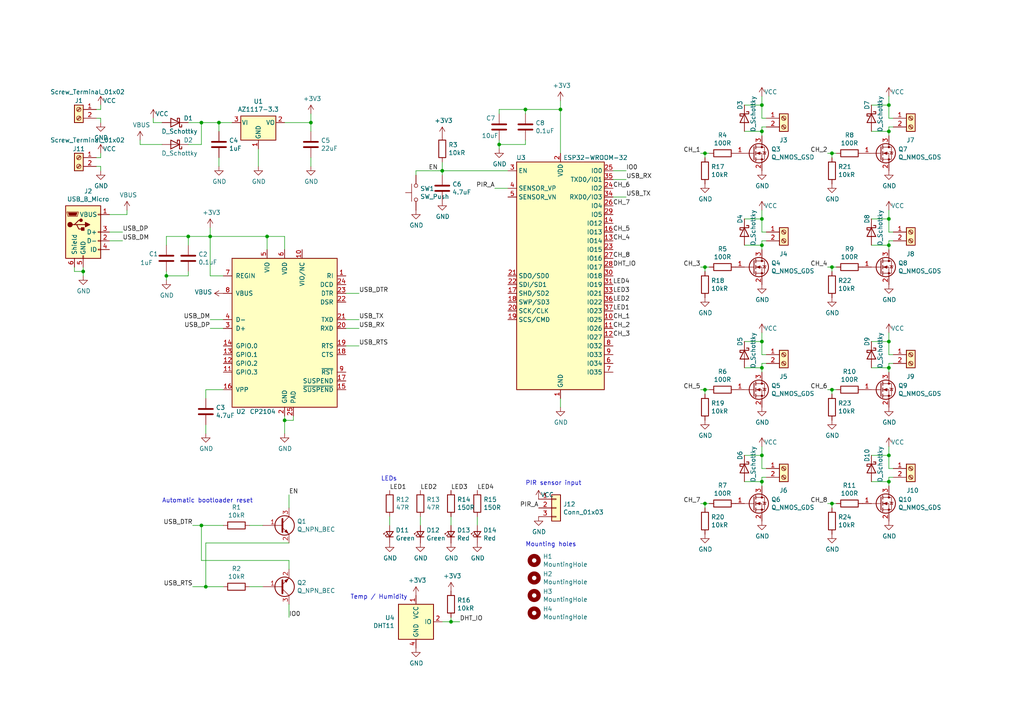
<source format=kicad_sch>
(kicad_sch (version 20250114) (generator "eeschema") (generator_version "9.0")
  (paper "A4")
  (text "PIR sensor input" (at 152.4 140.97 0) (effects (font (size 1.27 1.27)) (justify left bottom)))
  (text "Automatic bootloader reset" (at 46.99 146.05 0) (effects (font (size 1.27 1.27)) (justify left bottom)))
  (text "Mounting holes" (at 152.4 158.75 0) (effects (font (size 1.27 1.27)) (justify left bottom)))
  (text "Temp / Humidity" (at 101.6 173.99 0) (effects (font (size 1.27 1.27)) (justify left bottom)))
  (text "LEDs" (at 110.49 139.7 0) (effects (font (size 1.27 1.27)) (justify left bottom)))
  (junction (at 241.3 113.03))
  (junction (at 63.5 35.56))
  (junction (at 54.61 68.58))
  (junction (at 204.47 146.05))
  (junction (at 220.98 38.1))
  (junction (at 220.98 63.5))
  (junction (at 144.78 41.91))
  (junction (at 162.56 31.75))
  (junction (at 128.27 49.53))
  (junction (at 257.81 38.1))
  (junction (at 257.81 139.7))
  (junction (at 48.26 80.01))
  (junction (at 77.47 68.58))
  (junction (at 90.17 35.56))
  (junction (at 58.42 35.56))
  (junction (at 82.55 121.92))
  (junction (at 130.81 180.34))
  (junction (at 204.47 44.45))
  (junction (at 24.13 78.74))
  (junction (at 257.81 30.48))
  (junction (at 220.98 139.7))
  (junction (at 152.4 31.75))
  (junction (at 241.3 44.45))
  (junction (at 257.81 71.12))
  (junction (at 59.69 170.18))
  (junction (at 257.81 132.08))
  (junction (at 220.98 132.08))
  (junction (at 257.81 106.68))
  (junction (at 204.47 77.47))
  (junction (at 220.98 30.48))
  (junction (at 241.3 146.05))
  (junction (at 58.42 152.4))
  (junction (at 220.98 71.12))
  (junction (at 60.96 68.58))
  (junction (at 257.81 99.06))
  (junction (at 204.47 113.03))
  (junction (at 220.98 99.06))
  (junction (at 220.98 106.68))
  (junction (at 241.3 77.47))
  (junction (at 257.81 63.5))
  (wire (pts (xy 181.61 57.15) (xy 177.8 57.15)))
  (wire (pts (xy 220.98 106.68) (xy 220.98 107.95)))
  (wire (pts (xy 72.39 170.18) (xy 76.2 170.18)))
  (wire (pts (xy 257.81 132.08) (xy 257.81 135.89)))
  (wire (pts (xy 24.13 77.47) (xy 24.13 78.74)))
  (wire (pts (xy 215.9 30.48) (xy 220.98 30.48)))
  (wire (pts (xy 128.27 46.99) (xy 128.27 49.53)))
  (wire (pts (xy 48.26 68.58) (xy 54.61 68.58)))
  (wire (pts (xy 257.81 67.31) (xy 259.08 67.31)))
  (wire (pts (xy 138.43 149.86) (xy 138.43 152.4)))
  (wire (pts (xy 259.08 69.85) (xy 257.81 69.85)))
  (wire (pts (xy 241.3 77.47) (xy 242.57 77.47)))
  (wire (pts (xy 257.81 102.87) (xy 259.08 102.87)))
  (wire (pts (xy 44.45 35.56) (xy 46.99 35.56)))
  (wire (pts (xy 83.82 179.07) (xy 83.82 175.26)))
  (wire (pts (xy 128.27 50.8) (xy 128.27 49.53)))
  (wire (pts (xy 215.9 106.68) (xy 220.98 106.68)))
  (wire (pts (xy 24.13 78.74) (xy 21.59 78.74)))
  (wire (pts (xy 241.3 113.03) (xy 242.57 113.03)))
  (wire (pts (xy 48.26 71.12) (xy 48.26 68.58)))
  (wire (pts (xy 220.98 63.5) (xy 220.98 60.96)))
  (wire (pts (xy 59.69 115.57) (xy 59.69 113.03)))
  (wire (pts (xy 252.73 71.12) (xy 257.81 71.12)))
  (wire (pts (xy 133.35 180.34) (xy 130.81 180.34)))
  (wire (pts (xy 77.47 68.58) (xy 77.47 72.39)))
  (wire (pts (xy 72.39 152.4) (xy 76.2 152.4)))
  (wire (pts (xy 220.98 102.87) (xy 222.25 102.87)))
  (wire (pts (xy 128.27 49.53) (xy 147.32 49.53)))
  (wire (pts (xy 257.81 63.5) (xy 257.81 60.96)))
  (wire (pts (xy 60.96 92.71) (xy 64.77 92.71)))
  (wire (pts (xy 203.2 146.05) (xy 204.47 146.05)))
  (wire (pts (xy 215.9 139.7) (xy 220.98 139.7)))
  (wire (pts (xy 220.98 30.48) (xy 220.98 34.29)))
  (wire (pts (xy 29.21 45.72) (xy 29.21 44.45)))
  (wire (pts (xy 82.55 121.92) (xy 85.09 121.92)))
  (wire (pts (xy 203.2 44.45) (xy 204.47 44.45)))
  (wire (pts (xy 181.61 49.53) (xy 177.8 49.53)))
  (wire (pts (xy 77.47 68.58) (xy 82.55 68.58)))
  (wire (pts (xy 204.47 77.47) (xy 205.74 77.47)))
  (wire (pts (xy 203.2 77.47) (xy 204.47 77.47)))
  (wire (pts (xy 252.73 132.08) (xy 257.81 132.08)))
  (wire (pts (xy 83.82 143.51) (xy 83.82 147.32)))
  (wire (pts (xy 220.98 36.83) (xy 220.98 38.1)))
  (wire (pts (xy 220.98 99.06) (xy 220.98 102.87)))
  (wire (pts (xy 220.98 105.41) (xy 220.98 106.68)))
  (wire (pts (xy 59.69 113.03) (xy 64.77 113.03)))
  (wire (pts (xy 60.96 80.01) (xy 60.96 68.58)))
  (wire (pts (xy 220.98 139.7) (xy 220.98 140.97)))
  (wire (pts (xy 54.61 68.58) (xy 60.96 68.58)))
  (wire (pts (xy 130.81 149.86) (xy 130.81 152.4)))
  (wire (pts (xy 257.81 99.06) (xy 257.81 102.87)))
  (wire (pts (xy 83.82 157.48) (xy 59.69 157.48)))
  (wire (pts (xy 29.21 31.75) (xy 27.94 31.75)))
  (wire (pts (xy 35.56 69.85) (xy 31.75 69.85)))
  (wire (pts (xy 241.3 77.47) (xy 241.3 78.74)))
  (wire (pts (xy 74.93 48.26) (xy 74.93 43.18)))
  (wire (pts (xy 257.81 69.85) (xy 257.81 71.12)))
  (wire (pts (xy 257.81 135.89) (xy 259.08 135.89)))
  (wire (pts (xy 48.26 80.01) (xy 54.61 80.01)))
  (wire (pts (xy 257.81 34.29) (xy 259.08 34.29)))
  (wire (pts (xy 63.5 48.26) (xy 63.5 45.72)))
  (wire (pts (xy 257.81 38.1) (xy 257.81 39.37)))
  (wire (pts (xy 252.73 38.1) (xy 257.81 38.1)))
  (wire (pts (xy 257.81 30.48) (xy 257.81 27.94)))
  (wire (pts (xy 90.17 35.56) (xy 82.55 35.56)))
  (wire (pts (xy 240.03 44.45) (xy 241.3 44.45)))
  (wire (pts (xy 220.98 132.08) (xy 220.98 129.54)))
  (wire (pts (xy 220.98 63.5) (xy 220.98 67.31)))
  (wire (pts (xy 58.42 152.4) (xy 64.77 152.4)))
  (wire (pts (xy 144.78 43.18) (xy 144.78 41.91)))
  (wire (pts (xy 82.55 125.73) (xy 82.55 121.92)))
  (wire (pts (xy 55.88 170.18) (xy 59.69 170.18)))
  (wire (pts (xy 31.75 62.23) (xy 36.83 62.23)))
  (wire (pts (xy 222.25 69.85) (xy 220.98 69.85)))
  (wire (pts (xy 204.47 44.45) (xy 205.74 44.45)))
  (wire (pts (xy 220.98 69.85) (xy 220.98 71.12)))
  (wire (pts (xy 60.96 95.25) (xy 64.77 95.25)))
  (wire (pts (xy 222.25 105.41) (xy 220.98 105.41)))
  (wire (pts (xy 259.08 36.83) (xy 257.81 36.83)))
  (wire (pts (xy 215.9 99.06) (xy 220.98 99.06)))
  (wire (pts (xy 54.61 35.56) (xy 58.42 35.56)))
  (wire (pts (xy 252.73 139.7) (xy 257.81 139.7)))
  (wire (pts (xy 240.03 113.03) (xy 241.3 113.03)))
  (wire (pts (xy 252.73 63.5) (xy 257.81 63.5)))
  (wire (pts (xy 152.4 41.91) (xy 152.4 40.64)))
  (wire (pts (xy 90.17 48.26) (xy 90.17 45.72)))
  (wire (pts (xy 144.78 31.75) (xy 152.4 31.75)))
  (wire (pts (xy 85.09 121.92) (xy 85.09 120.65)))
  (wire (pts (xy 220.98 34.29) (xy 222.25 34.29)))
  (wire (pts (xy 82.55 121.92) (xy 82.55 120.65)))
  (wire (pts (xy 241.3 44.45) (xy 242.57 44.45)))
  (wire (pts (xy 162.56 118.11) (xy 162.56 115.57)))
  (wire (pts (xy 24.13 80.01) (xy 24.13 78.74)))
  (wire (pts (xy 204.47 146.05) (xy 204.47 147.32)))
  (wire (pts (xy 55.88 152.4) (xy 58.42 152.4)))
  (wire (pts (xy 58.42 35.56) (xy 63.5 35.56)))
  (wire (pts (xy 82.55 68.58) (xy 82.55 72.39)))
  (wire (pts (xy 220.98 138.43) (xy 220.98 139.7)))
  (wire (pts (xy 130.81 180.34) (xy 130.81 179.07)))
  (wire (pts (xy 59.69 170.18) (xy 64.77 170.18)))
  (wire (pts (xy 257.81 99.06) (xy 257.81 96.52)))
  (wire (pts (xy 259.08 105.41) (xy 257.81 105.41)))
  (wire (pts (xy 220.98 67.31) (xy 222.25 67.31)))
  (wire (pts (xy 204.47 113.03) (xy 205.74 113.03)))
  (wire (pts (xy 257.81 106.68) (xy 257.81 107.95)))
  (wire (pts (xy 58.42 41.91) (xy 54.61 41.91)))
  (wire (pts (xy 222.25 138.43) (xy 220.98 138.43)))
  (wire (pts (xy 252.73 106.68) (xy 257.81 106.68)))
  (wire (pts (xy 241.3 146.05) (xy 242.57 146.05)))
  (wire (pts (xy 181.61 52.07) (xy 177.8 52.07)))
  (wire (pts (xy 48.26 78.74) (xy 48.26 80.01)))
  (wire (pts (xy 31.75 67.31) (xy 35.56 67.31)))
  (wire (pts (xy 29.21 30.48) (xy 29.21 31.75)))
  (wire (pts (xy 215.9 132.08) (xy 220.98 132.08)))
  (wire (pts (xy 104.14 100.33) (xy 100.33 100.33)))
  (wire (pts (xy 143.51 54.61) (xy 147.32 54.61)))
  (wire (pts (xy 257.81 63.5) (xy 257.81 67.31)))
  (wire (pts (xy 63.5 35.56) (xy 67.31 35.56)))
  (wire (pts (xy 83.82 162.56) (xy 58.42 162.56)))
  (wire (pts (xy 252.73 99.06) (xy 257.81 99.06)))
  (wire (pts (xy 252.73 30.48) (xy 257.81 30.48)))
  (wire (pts (xy 215.9 63.5) (xy 220.98 63.5)))
  (wire (pts (xy 128.27 180.34) (xy 130.81 180.34)))
  (wire (pts (xy 204.47 44.45) (xy 204.47 45.72)))
  (wire (pts (xy 203.2 113.03) (xy 204.47 113.03)))
  (wire (pts (xy 36.83 60.96) (xy 36.83 62.23)))
  (wire (pts (xy 54.61 80.01) (xy 54.61 78.74)))
  (wire (pts (xy 204.47 113.03) (xy 204.47 114.3)))
  (wire (pts (xy 90.17 33.02) (xy 90.17 35.56)))
  (wire (pts (xy 257.81 105.41) (xy 257.81 106.68)))
  (wire (pts (xy 220.98 38.1) (xy 220.98 39.37)))
  (wire (pts (xy 240.03 146.05) (xy 241.3 146.05)))
  (wire (pts (xy 58.42 35.56) (xy 58.42 41.91)))
  (wire (pts (xy 215.9 71.12) (xy 220.98 71.12)))
  (wire (pts (xy 44.45 34.29) (xy 44.45 35.56)))
  (wire (pts (xy 144.78 41.91) (xy 152.4 41.91)))
  (wire (pts (xy 241.3 146.05) (xy 241.3 147.32)))
  (wire (pts (xy 104.14 85.09) (xy 100.33 85.09)))
  (wire (pts (xy 121.92 149.86) (xy 121.92 152.4)))
  (wire (pts (xy 220.98 99.06) (xy 220.98 96.52)))
  (wire (pts (xy 60.96 66.04) (xy 60.96 68.58)))
  (wire (pts (xy 27.94 45.72) (xy 29.21 45.72)))
  (wire (pts (xy 241.3 44.45) (xy 241.3 45.72)))
  (wire (pts (xy 83.82 165.1) (xy 83.82 162.56)))
  (wire (pts (xy 257.81 132.08) (xy 257.81 129.54)))
  (wire (pts (xy 204.47 146.05) (xy 205.74 146.05)))
  (wire (pts (xy 257.81 71.12) (xy 257.81 72.39)))
  (wire (pts (xy 257.81 139.7) (xy 257.81 140.97)))
  (wire (pts (xy 257.81 36.83) (xy 257.81 38.1)))
  (wire (pts (xy 104.14 95.25) (xy 100.33 95.25)))
  (wire (pts (xy 60.96 68.58) (xy 77.47 68.58)))
  (wire (pts (xy 162.56 31.75) (xy 152.4 31.75)))
  (wire (pts (xy 40.64 41.91) (xy 46.99 41.91)))
  (wire (pts (xy 120.65 49.53) (xy 120.65 50.8)))
  (wire (pts (xy 220.98 30.48) (xy 220.98 27.94)))
  (wire (pts (xy 58.42 162.56) (xy 58.42 152.4)))
  (wire (pts (xy 59.69 125.73) (xy 59.69 123.19)))
  (wire (pts (xy 60.96 80.01) (xy 64.77 80.01)))
  (wire (pts (xy 29.21 48.26) (xy 29.21 49.53)))
  (wire (pts (xy 27.94 34.29) (xy 29.21 34.29)))
  (wire (pts (xy 220.98 132.08) (xy 220.98 135.89)))
  (wire (pts (xy 144.78 41.91) (xy 144.78 40.64)))
  (wire (pts (xy 21.59 78.74) (xy 21.59 77.47)))
  (wire (pts (xy 241.3 113.03) (xy 241.3 114.3)))
  (wire (pts (xy 240.03 77.47) (xy 241.3 77.47)))
  (wire (pts (xy 29.21 34.29) (xy 29.21 35.56)))
  (wire (pts (xy 222.25 36.83) (xy 220.98 36.83)))
  (wire (pts (xy 59.69 157.48) (xy 59.69 170.18)))
  (wire (pts (xy 257.81 30.48) (xy 257.81 34.29)))
  (wire (pts (xy 144.78 33.02) (xy 144.78 31.75)))
  (wire (pts (xy 259.08 138.43) (xy 257.81 138.43)))
  (wire (pts (xy 90.17 38.1) (xy 90.17 35.56)))
  (wire (pts (xy 152.4 31.75) (xy 152.4 33.02)))
  (wire (pts (xy 48.26 80.01) (xy 48.26 81.28)))
  (wire (pts (xy 40.64 40.64) (xy 40.64 41.91)))
  (wire (pts (xy 257.81 138.43) (xy 257.81 139.7)))
  (wire (pts (xy 63.5 35.56) (xy 63.5 38.1)))
  (wire (pts (xy 120.65 49.53) (xy 128.27 49.53)))
  (wire (pts (xy 27.94 48.26) (xy 29.21 48.26)))
  (wire (pts (xy 162.56 29.21) (xy 162.56 31.75)))
  (wire (pts (xy 100.33 92.71) (xy 104.14 92.71)))
  (wire (pts (xy 162.56 31.75) (xy 162.56 44.45)))
  (wire (pts (xy 204.47 77.47) (xy 204.47 78.74)))
  (wire (pts (xy 113.03 149.86) (xy 113.03 152.4)))
  (wire (pts (xy 220.98 135.89) (xy 222.25 135.89)))
  (wire (pts (xy 220.98 71.12) (xy 220.98 72.39)))
  (wire (pts (xy 54.61 71.12) (xy 54.61 68.58)))
  (wire (pts (xy 215.9 38.1) (xy 220.98 38.1)))
  (label "CH_3" (at 177.8 97.79 0))
  (label "USB_TX" (at 104.14 92.71 0))
  (label "LED3" (at 177.8 85.09 0))
  (label "EN" (at 83.82 143.51 0))
  (label "DHT_IO" (at 133.35 180.34 0))
  (label "CH_7" (at 203.2 146.05 180))
  (label "USB_TX" (at 181.61 57.15 0))
  (label "CH_8" (at 177.8 74.93 0))
  (label "USB_RX" (at 104.14 95.25 0))
  (label "CH_2" (at 177.8 95.25 0))
  (label "CH_6" (at 240.03 113.03 180))
  (label "DHT_IO" (at 177.8 77.47 0))
  (label "IO0" (at 181.61 49.53 0))
  (label "PIR_A" (at 156.21 147.32 180))
  (label "USB_DTR" (at 104.14 85.09 0))
  (label "LED4" (at 138.43 142.24 0))
  (label "USB_DP" (at 60.96 95.25 180))
  (label "CH_4" (at 240.03 77.47 180))
  (label "LED1" (at 113.03 142.24 0))
  (label "LED3" (at 130.81 142.24 0))
  (label "EN" (at 127 49.53 180))
  (label "CH_7" (at 177.8 59.69 0))
  (label "CH_2" (at 240.03 44.45 180))
  (label "PIR_A" (at 143.51 54.61 180))
  (label "USB_DM" (at 60.96 92.71 180))
  (label "LED1" (at 177.8 90.17 0))
  (label "CH_5" (at 177.8 67.31 0))
  (label "IO0" (at 83.82 179.07 0))
  (label "USB_DP" (at 35.56 67.31 0))
  (label "USB_DM" (at 35.56 69.85 0))
  (label "CH_4" (at 177.8 69.85 0))
  (label "USB_RTS" (at 104.14 100.33 0))
  (label "USB_RTS" (at 55.88 170.18 180))
  (label "CH_3" (at 203.2 77.47 180))
  (label "CH_1" (at 177.8 92.71 0))
  (label "CH_1" (at 203.2 44.45 180))
  (label "CH_6" (at 177.8 54.61 0))
  (label "CH_5" (at 203.2 113.03 180))
  (label "LED2" (at 177.8 87.63 0))
  (label "USB_RX" (at 181.61 52.07 0))
  (label "LED4" (at 177.8 82.55 0))
  (label "LED2" (at 121.92 142.24 0))
  (label "CH_8" (at 240.03 146.05 180))
  (label "USB_DTR" (at 55.88 152.4 180))
  (symbol (lib_id "RF_Module:ESP32-WROOM-32") (at 162.56 80.01 0) (unit 1)
    (property "Reference" "U3" (at 151.13 45.72 0))
    (property "Value" "ESP32-WROOM-32" (at 172.72 45.72 0))
    (property "Footprint" "RF_Module:ESP32-WROOM-32" (effects (hide yes)))
    (property "Datasheet" "https://www.espressif.com/sites/default/files/documentation/esp32-wroom-32_datasheet_en.pdf" (effects (hide yes)))
  )
  (symbol (lib_id "Device:Q_NMOS_GSD") (at 218.44 44.45 0) (unit 1)
    (property "Reference" "Q3" (at 223.6724 43.2816 0) (effects (justify left)))
    (property "Value" "Q_NMOS_GSD" (at 223.6724 45.593 0) (effects (justify left)))
    (property "Footprint" "Package_TO_SOT_SMD:SOT-23" (effects (hide yes)))
    (property "LCSC#" "C20917" (effects (hide yes)))
    (property "MFR" "Alpha & Omega Semico" (effects (hide yes)))
    (property "MPN" "AO3400A" (effects (hide yes)))
  )
  (symbol (lib_id "Regulator_Linear:AZ1117-3.3") (at 74.93 35.56 0) (unit 1)
    (property "Reference" "U1" (at 74.93 29.4132 0))
    (property "Value" "AZ1117-3.3" (at 74.93 31.7246 0))
    (property "Footprint" "Package_TO_SOT_SMD:SOT-223-3_TabPin2" (effects (hide yes)))
    (property "Datasheet" "https://www.diodes.com/assets/Datasheets/AZ1117.pdf" (effects (hide yes)))
    (property "LCSC#" "C92102" (effects (hide yes)))
    (property "MFR" "Diodes Incorporated" (effects (hide yes)))
    (property "MPN" "AZ1117CH-3.3TRG1" (effects (hide yes)))
  )
  (symbol (lib_id "Device:C") (at 63.5 41.91 0) (unit 1)
    (property "Reference" "C4" (at 66.421 40.7416 0) (effects (justify left)))
    (property "Value" "1uF" (at 66.421 43.053 0) (effects (justify left)))
    (property "Footprint" "Resistor_SMD:R_0603_1608Metric" (effects (hide yes)))
    (property "LCSC#" "C15849" (effects (hide yes)))
    (property "MFR" "Samsung Electro-Mechanics" (effects (hide yes)))
    (property "MPN" "CL10A105KB8NNNC" (effects (hide yes)))
  )
  (symbol (lib_id "Device:D_Schottky") (at 50.8 35.56 180) (unit 1)
    (property "Reference" "D1" (at 54.61 34.29 0))
    (property "Value" "D_Schottky" (at 52.07 38.1 0))
    (property "Footprint" "Diode_SMD:D_SOD-123" (effects (hide yes)))
    (property "LCSC#" "C8598" (effects (hide yes)))
    (property "MFR" "Changjiang Electronics Tech (CJ)" (effects (hide yes)))
    (property "MPN" "B5819W SL" (effects (hide yes)))
  )
  (symbol (lib_id "power:GND") (at 29.21 35.56 0) (unit 1)
    (property "Reference" "#PWR0101" (effects (hide yes)))
    (property "Value" "GND" (at 29.337 39.9542 0))
  )
  (symbol (lib_id "power:GND") (at 63.5 48.26 0) (unit 1)
    (property "Reference" "#PWR0102" (effects (hide yes)))
    (property "Value" "GND" (at 63.627 52.6542 0))
  )
  (symbol (lib_id "power:GND") (at 74.93 48.26 0) (unit 1)
    (property "Reference" "#PWR0103" (effects (hide yes)))
    (property "Value" "GND" (at 75.057 52.6542 0))
  )
  (symbol (lib_id "Connector:USB_B_Micro") (at 24.13 67.31 0) (unit 1)
    (property "Reference" "J2" (at 25.5778 55.4482 0))
    (property "Value" "USB_B_Micro" (at 25.5778 57.7596 0))
    (property "Footprint" "Connector_USB:USB_Micro-B_Molex-105017-0001" (effects (hide yes)))
  )
  (symbol (lib_id "power:VCC") (at 29.21 30.48 0) (unit 1)
    (property "Reference" "#PWR0104" (effects (hide yes)))
    (property "Value" "VCC" (at 31.75 29.21 0))
  )
  (symbol (lib_id "Connector:Screw_Terminal_01x02") (at 22.86 31.75 0) (mirror y) (unit 1)
    (property "Reference" "J1" (at 22.86 29.21 0))
    (property "Value" "Screw_Terminal_01x02" (at 25.4 26.67 0))
    (property "Footprint" "TerminalBlock_Phoenix:TerminalBlock_Phoenix_PT-1,5-2-3.5-H_1x02_P3.50mm_Horizontal" (effects (hide yes)))
  )
  (symbol (lib_id "Device:D_Schottky") (at 50.8 41.91 180) (unit 1)
    (property "Reference" "D2" (at 54.61 40.64 0))
    (property "Value" "D_Schottky" (at 52.07 44.45 0))
    (property "Footprint" "Diode_SMD:D_SOD-123" (effects (hide yes)))
    (property "LCSC#" "C8598" (effects (hide yes)))
    (property "MFR" "Changjiang Electronics Tech (CJ)" (effects (hide yes)))
    (property "MPN" "B5819W SL" (effects (hide yes)))
  )
  (symbol (lib_id "power:VCC") (at 44.45 34.29 0) (unit 1)
    (property "Reference" "#PWR0105" (effects (hide yes)))
    (property "Value" "VCC" (at 46.99 33.02 0))
  )
  (symbol (lib_id "power:VBUS") (at 40.64 40.64 0) (unit 1)
    (property "Reference" "#PWR0106" (effects (hide yes)))
    (property "Value" "VBUS" (at 41.021 36.2458 0))
  )
  (symbol (lib_id "power:VBUS") (at 36.83 60.96 0) (unit 1)
    (property "Reference" "#PWR0107" (effects (hide yes)))
    (property "Value" "VBUS" (at 37.211 56.5658 0))
  )
  (symbol (lib_id "power:GND") (at 24.13 80.01 0) (unit 1)
    (property "Reference" "#PWR0108" (effects (hide yes)))
    (property "Value" "GND" (at 24.257 84.4042 0))
  )
  (symbol (lib_id "Interface_USB:CP2104") (at 82.55 95.25 0) (unit 1)
    (property "Reference" "U2" (at 69.85 119.38 0))
    (property "Value" "CP2104" (at 76.2 119.38 0))
    (property "Footprint" "Package_DFN_QFN:QFN-24-1EP_4x4mm_P0.5mm_EP2.6x2.6mm" (effects (hide yes)))
    (property "Datasheet" "https://www.silabs.com/documents/public/data-sheets/cp2104.pdf" (effects (hide yes)))
    (property "LCSC#" "C47742" (effects (hide yes)))
    (property "MFR" "SILICON LABS" (effects (hide yes)))
    (property "MPN" "CP2104-F03-GMR" (effects (hide yes)))
  )
  (symbol (lib_id "power:+3V3") (at 90.17 33.02 0) (unit 1)
    (property "Reference" "#PWR0109" (effects (hide yes)))
    (property "Value" "+3V3" (at 90.551 28.6258 0))
  )
  (symbol (lib_id "Device:C") (at 90.17 41.91 0) (unit 1)
    (property "Reference" "C5" (at 93.091 40.7416 0) (effects (justify left)))
    (property "Value" "22uF" (at 93.091 43.053 0) (effects (justify left)))
    (property "Footprint" "Resistor_SMD:R_0603_1608Metric" (effects (hide yes)))
    (property "LCSC#" "C59461" (effects (hide yes)))
    (property "MFR" "Samsung Electro-Mechanics" (effects (hide yes)))
    (property "MPN" "CL10A226MQ8NRNC" (effects (hide yes)))
  )
  (symbol (lib_id "power:GND") (at 90.17 48.26 0) (unit 1)
    (property "Reference" "#PWR0110" (effects (hide yes)))
    (property "Value" "GND" (at 90.297 52.6542 0))
  )
  (symbol (lib_id "power:VBUS") (at 64.77 85.09 90) (unit 1)
    (property "Reference" "#PWR0111" (effects (hide yes)))
    (property "Value" "VBUS" (at 61.5442 84.709 90) (effects (justify left)))
  )
  (symbol (lib_id "power:+3V3") (at 60.96 66.04 0) (unit 1)
    (property "Reference" "#PWR0112" (effects (hide yes)))
    (property "Value" "+3V3" (at 61.341 61.6458 0))
  )
  (symbol (lib_id "Device:C") (at 54.61 74.93 0) (unit 1)
    (property "Reference" "C2" (at 57.531 73.7616 0) (effects (justify left)))
    (property "Value" "0.1uF" (at 57.531 76.073 0) (effects (justify left)))
    (property "Footprint" "Resistor_SMD:R_0402_1005Metric" (effects (hide yes)))
    (property "LCSC#" "C1525" (effects (hide yes)))
    (property "MFR" "Samsung Electro-Mechanics" (effects (hide yes)))
    (property "MPN" "CL05B104KO5NNNC" (effects (hide yes)))
  )
  (symbol (lib_id "Device:C") (at 48.26 74.93 0) (unit 1)
    (property "Reference" "C1" (at 43.18 73.66 0) (effects (justify left)))
    (property "Value" "1uF" (at 40.64 76.2 0) (effects (justify left)))
    (property "Footprint" "Resistor_SMD:R_0402_1005Metric" (effects (hide yes)))
    (property "LCSC#" "C52923" (effects (hide yes)))
    (property "MFR" "Samsung Electro-Mechanics" (effects (hide yes)))
    (property "MPN" "CL05A105KA5NQNC" (effects (hide yes)))
  )
  (symbol (lib_id "power:GND") (at 48.26 81.28 0) (unit 1)
    (property "Reference" "#PWR0113" (effects (hide yes)))
    (property "Value" "GND" (at 48.387 85.6742 0))
  )
  (symbol (lib_id "Device:C") (at 59.69 119.38 0) (unit 1)
    (property "Reference" "C3" (at 62.611 118.2116 0) (effects (justify left)))
    (property "Value" "4.7uF" (at 62.611 120.523 0) (effects (justify left)))
    (property "Footprint" "Resistor_SMD:R_0603_1608Metric" (effects (hide yes)))
    (property "LCSC#" "C19666" (effects (hide yes)))
    (property "MFR" "Samsung Electro-Mechanics" (effects (hide yes)))
    (property "MPN" "CL10A475KO8NNNC" (effects (hide yes)))
  )
  (symbol (lib_id "power:GND") (at 59.69 125.73 0) (unit 1)
    (property "Reference" "#PWR0114" (effects (hide yes)))
    (property "Value" "GND" (at 59.817 130.1242 0))
  )
  (symbol (lib_id "power:GND") (at 82.55 125.73 0) (unit 1)
    (property "Reference" "#PWR0115" (effects (hide yes)))
    (property "Value" "GND" (at 82.677 130.1242 0))
  )
  (symbol (lib_id "Device:Q_NPN_BEC") (at 81.28 152.4 0) (unit 1)
    (property "Reference" "Q1" (at 86.1314 151.2316 0) (effects (justify left)))
    (property "Value" "Q_NPN_BEC" (at 86.1314 153.543 0) (effects (justify left)))
    (property "Footprint" "Package_TO_SOT_SMD:SOT-23" (effects (hide yes)))
    (property "LCSC#" "C2150" (effects (hide yes)))
    (property "MFR" "Changjiang Electronics Tech (CJ)" (effects (hide yes)))
    (property "MPN" "SS8050" (effects (hide yes)))
  )
  (symbol (lib_id "Device:Q_NPN_BEC") (at 81.28 170.18 0) (mirror x) (unit 1)
    (property "Reference" "Q2" (at 86.1314 169.0116 0) (effects (justify left)))
    (property "Value" "Q_NPN_BEC" (at 86.1314 171.323 0) (effects (justify left)))
    (property "Footprint" "Package_TO_SOT_SMD:SOT-23" (effects (hide yes)))
    (property "LCSC#" "C2150" (effects (hide yes)))
    (property "MFR" "Changjiang Electronics Tech (CJ)" (effects (hide yes)))
    (property "MPN" "SS8050" (effects (hide yes)))
  )
  (symbol (lib_id "Device:R") (at 68.58 152.4 270) (unit 1)
    (property "Reference" "R1" (at 68.58 147.1422 90))
    (property "Value" "10kR" (at 68.58 149.4536 90))
    (property "Footprint" "Resistor_SMD:R_0402_1005Metric" (effects (hide yes)))
    (property "LCSC#" "C25744" (effects (hide yes)))
    (property "MFR" "UNI-ROYAL(Uniroyal Elec)" (effects (hide yes)))
    (property "MPN" "0402WGF1002TCE" (effects (hide yes)))
  )
  (symbol (lib_id "Device:R") (at 68.58 170.18 270) (unit 1)
    (property "Reference" "R2" (at 68.58 164.9222 90))
    (property "Value" "10kR" (at 68.58 167.2336 90))
    (property "Footprint" "Resistor_SMD:R_0402_1005Metric" (effects (hide yes)))
    (property "LCSC#" "C25744" (effects (hide yes)))
    (property "MFR" "UNI-ROYAL(Uniroyal Elec)" (effects (hide yes)))
    (property "MPN" "0402WGF1002TCE" (effects (hide yes)))
  )
  (symbol (lib_id "power:+3V3") (at 162.56 29.21 0) (unit 1)
    (property "Reference" "#PWR0116" (effects (hide yes)))
    (property "Value" "+3V3" (at 162.941 24.8158 0))
  )
  (symbol (lib_id "Device:C") (at 152.4 36.83 0) (unit 1)
    (property "Reference" "C8" (at 155.321 35.6616 0) (effects (justify left)))
    (property "Value" "0.1uF" (at 155.321 37.973 0) (effects (justify left)))
    (property "Footprint" "Resistor_SMD:R_0402_1005Metric" (effects (hide yes)))
    (property "LCSC#" "C1525" (effects (hide yes)))
    (property "MFR" "Samsung Electro-Mechanics" (effects (hide yes)))
    (property "MPN" "CL05B104KO5NNNC" (effects (hide yes)))
  )
  (symbol (lib_id "Device:C") (at 144.78 36.83 0) (unit 1)
    (property "Reference" "C7" (at 140.97 34.29 0) (effects (justify left)))
    (property "Value" "10uF" (at 139.7 39.37 0) (effects (justify left)))
    (property "Footprint" "Resistor_SMD:R_0402_1005Metric" (effects (hide yes)))
    (property "LCSC#" "C15525" (effects (hide yes)))
    (property "MFR" "Samsung Electro-Mechanics" (effects (hide yes)))
    (property "MPN" "CL05A106MQ5NUNC" (effects (hide yes)))
  )
  (symbol (lib_id "power:GND") (at 144.78 43.18 0) (unit 1)
    (property "Reference" "#PWR0117" (effects (hide yes)))
    (property "Value" "GND" (at 144.907 47.5742 0))
  )
  (symbol (lib_id "Device:C") (at 128.27 54.61 0) (unit 1)
    (property "Reference" "C6" (at 131.191 53.4416 0) (effects (justify left)))
    (property "Value" "4.7uF" (at 131.191 55.753 0) (effects (justify left)))
    (property "Footprint" "Resistor_SMD:R_0402_1005Metric" (effects (hide yes)))
    (property "LCSC#" "C23733" (effects (hide yes)))
    (property "MFR" "Samsung Electro-Mechanics" (effects (hide yes)))
    (property "MPN" "CL05A475MP5NRNC" (effects (hide yes)))
  )
  (symbol (lib_id "power:GND") (at 128.27 58.42 0) (unit 1)
    (property "Reference" "#PWR0118" (effects (hide yes)))
    (property "Value" "GND" (at 128.397 62.8142 0))
  )
  (symbol (lib_id "Device:R") (at 128.27 43.18 180) (unit 1)
    (property "Reference" "R3" (at 130.048 42.0116 0) (effects (justify right)))
    (property "Value" "10kR" (at 130.048 44.323 0) (effects (justify right)))
    (property "Footprint" "Resistor_SMD:R_0402_1005Metric" (effects (hide yes)))
    (property "LCSC#" "C25744" (effects (hide yes)))
    (property "MFR" "UNI-ROYAL(Uniroyal Elec)" (effects (hide yes)))
    (property "MPN" "0402WGF1002TCE" (effects (hide yes)))
  )
  (symbol (lib_id "power:+3V3") (at 128.27 39.37 0) (unit 1)
    (property "Reference" "#PWR0119" (effects (hide yes)))
    (property "Value" "+3V3" (at 128.651 34.9758 0))
  )
  (symbol (lib_id "Switch:SW_Push") (at 120.65 55.88 90) (unit 1)
    (property "Reference" "SW1" (at 121.8692 54.7116 90) (effects (justify right)))
    (property "Value" "SW_Push" (at 121.8692 57.023 90) (effects (justify right)))
    (property "Footprint" "footprints:TS-1187A" (effects (hide yes)))
    (property "LCSC#" "C318888" (effects (hide yes)))
    (property "MFR" "XKB Connectivity" (effects (hide yes)))
    (property "MPN" "TS-1187A-C-D-B" (effects (hide yes)))
  )
  (symbol (lib_id "power:GND") (at 120.65 60.96 0) (unit 1)
    (property "Reference" "#PWR0120" (effects (hide yes)))
    (property "Value" "GND" (at 120.777 65.3542 0))
  )
  (symbol (lib_id "power:GND") (at 162.56 118.11 0) (unit 1)
    (property "Reference" "#PWR0121" (effects (hide yes)))
    (property "Value" "GND" (at 162.687 122.5042 0))
  )
  (symbol (lib_id "Device:R") (at 209.55 44.45 270) (unit 1)
    (property "Reference" "R4" (at 209.55 39.1922 90))
    (property "Value" "100R" (at 209.55 41.5036 90))
    (property "Footprint" "Resistor_SMD:R_0402_1005Metric" (effects (hide yes)))
    (property "LCSC#" "C25076" (effects (hide yes)))
    (property "MFR" "UNI-ROYAL(Uniroyal Elec)" (effects (hide yes)))
    (property "MPN" "0402WGF1000TCE" (effects (hide yes)))
  )
  (symbol (lib_id "power:GND") (at 220.98 49.53 0) (unit 1)
    (property "Reference" "#PWR0122" (effects (hide yes)))
    (property "Value" "GND" (at 221.107 53.9242 0))
  )
  (symbol (lib_id "Connector:Screw_Terminal_01x02") (at 227.33 34.29 0) (unit 1)
    (property "Reference" "J3" (at 226.06 40.64 0) (effects (justify left)))
    (property "Value" "Screw_Terminal_01x02" (effects (hide yes)))
    (property "Footprint" "TerminalBlock_Phoenix:TerminalBlock_Phoenix_PT-1,5-2-3.5-H_1x02_P3.50mm_Horizontal" (effects (hide yes)))
  )
  (symbol (lib_id "power:VCC") (at 220.98 27.94 0) (unit 1)
    (property "Reference" "#PWR0123" (effects (hide yes)))
    (property "Value" "VCC" (at 223.52 26.67 0))
  )
  (symbol (lib_id "Device:D_Schottky") (at 215.9 34.29 270) (unit 1)
    (property "Reference" "D3" (at 214.63 30.48 0))
    (property "Value" "D_Schottky" (at 218.44 33.02 0))
    (property "Footprint" "Diode_SMD:D_SOD-123" (effects (hide yes)))
    (property "LCSC#" "C8598" (effects (hide yes)))
    (property "MFR" "Changjiang Electronics Tech (CJ)" (effects (hide yes)))
    (property "MPN" "B5819W SL" (effects (hide yes)))
  )
  (symbol (lib_id "Device:Q_NMOS_GSD") (at 255.27 44.45 0) (unit 1)
    (property "Reference" "Q7" (at 260.5024 43.2816 0) (effects (justify left)))
    (property "Value" "Q_NMOS_GDS" (at 260.5024 45.593 0) (effects (justify left)))
    (property "Footprint" "Package_TO_SOT_SMD:SOT-23" (effects (hide yes)))
    (property "LCSC#" "C20917" (effects (hide yes)))
    (property "MFR" "Alpha & Omega Semico" (effects (hide yes)))
    (property "MPN" "AO3400A" (effects (hide yes)))
  )
  (symbol (lib_id "Device:R") (at 246.38 44.45 270) (unit 1)
    (property "Reference" "R8" (at 246.38 39.1922 90))
    (property "Value" "100R" (at 246.38 41.5036 90))
    (property "Footprint" "Resistor_SMD:R_0402_1005Metric" (effects (hide yes)))
    (property "LCSC#" "C25076" (effects (hide yes)))
    (property "MFR" "UNI-ROYAL(Uniroyal Elec)" (effects (hide yes)))
    (property "MPN" "0402WGF1000TCE" (effects (hide yes)))
  )
  (symbol (lib_id "power:GND") (at 257.81 49.53 0) (unit 1)
    (property "Reference" "#PWR0124" (effects (hide yes)))
    (property "Value" "GND" (at 257.937 53.9242 0))
  )
  (symbol (lib_id "Connector:Screw_Terminal_01x02") (at 264.16 34.29 0) (unit 1)
    (property "Reference" "J7" (at 262.89 40.64 0) (effects (justify left)))
    (property "Value" "Screw_Terminal_01x02" (effects (hide yes)))
    (property "Footprint" "TerminalBlock_Phoenix:TerminalBlock_Phoenix_PT-1,5-2-3.5-H_1x02_P3.50mm_Horizontal" (effects (hide yes)))
  )
  (symbol (lib_id "power:VCC") (at 257.81 27.94 0) (unit 1)
    (property "Reference" "#PWR0125" (effects (hide yes)))
    (property "Value" "VCC" (at 260.35 26.67 0))
  )
  (symbol (lib_id "Device:Q_NMOS_GSD") (at 218.44 77.47 0) (unit 1)
    (property "Reference" "Q4" (at 223.6724 76.3016 0) (effects (justify left)))
    (property "Value" "Q_NMOS_GDS" (at 223.6724 78.613 0) (effects (justify left)))
    (property "Footprint" "Package_TO_SOT_SMD:SOT-23" (effects (hide yes)))
    (property "LCSC#" "C20917" (effects (hide yes)))
    (property "MFR" "Alpha & Omega Semico" (effects (hide yes)))
    (property "MPN" "AO3400A" (effects (hide yes)))
  )
  (symbol (lib_id "Device:R") (at 209.55 77.47 270) (unit 1)
    (property "Reference" "R5" (at 209.55 72.2122 90))
    (property "Value" "100R" (at 209.55 74.5236 90))
    (property "Footprint" "Resistor_SMD:R_0402_1005Metric" (effects (hide yes)))
    (property "LCSC#" "C25076" (effects (hide yes)))
    (property "MFR" "UNI-ROYAL(Uniroyal Elec)" (effects (hide yes)))
    (property "MPN" "0402WGF1000TCE" (effects (hide yes)))
  )
  (symbol (lib_id "power:GND") (at 220.98 82.55 0) (unit 1)
    (property "Reference" "#PWR0126" (effects (hide yes)))
    (property "Value" "GND" (at 221.107 86.9442 0))
  )
  (symbol (lib_id "Connector:Screw_Terminal_01x02") (at 227.33 67.31 0) (unit 1)
    (property "Reference" "J4" (at 226.06 73.66 0) (effects (justify left)))
    (property "Value" "Screw_Terminal_01x02" (effects (hide yes)))
    (property "Footprint" "TerminalBlock_Phoenix:TerminalBlock_Phoenix_PT-1,5-2-3.5-H_1x02_P3.50mm_Horizontal" (effects (hide yes)))
  )
  (symbol (lib_id "power:VCC") (at 220.98 60.96 0) (unit 1)
    (property "Reference" "#PWR0127" (effects (hide yes)))
    (property "Value" "VCC" (at 223.52 59.69 0))
  )
  (symbol (lib_id "Device:Q_NMOS_GSD") (at 255.27 77.47 0) (unit 1)
    (property "Reference" "Q8" (at 260.5024 76.3016 0) (effects (justify left)))
    (property "Value" "Q_NMOS_GDS" (at 260.5024 78.613 0) (effects (justify left)))
    (property "Footprint" "Package_TO_SOT_SMD:SOT-23" (effects (hide yes)))
    (property "LCSC#" "C20917" (effects (hide yes)))
    (property "MFR" "Alpha & Omega Semico" (effects (hide yes)))
    (property "MPN" "AO3400A" (effects (hide yes)))
  )
  (symbol (lib_id "Device:R") (at 246.38 77.47 270) (unit 1)
    (property "Reference" "R9" (at 246.38 72.2122 90))
    (property "Value" "100R" (at 246.38 74.5236 90))
    (property "Footprint" "Resistor_SMD:R_0402_1005Metric" (effects (hide yes)))
    (property "LCSC#" "C25076" (effects (hide yes)))
    (property "MFR" "UNI-ROYAL(Uniroyal Elec)" (effects (hide yes)))
    (property "MPN" "0402WGF1000TCE" (effects (hide yes)))
  )
  (symbol (lib_id "power:GND") (at 257.81 82.55 0) (unit 1)
    (property "Reference" "#PWR0128" (effects (hide yes)))
    (property "Value" "GND" (at 257.937 86.9442 0))
  )
  (symbol (lib_id "Connector:Screw_Terminal_01x02") (at 264.16 67.31 0) (unit 1)
    (property "Reference" "J8" (at 262.89 73.66 0) (effects (justify left)))
    (property "Value" "Screw_Terminal_01x02" (effects (hide yes)))
    (property "Footprint" "TerminalBlock_Phoenix:TerminalBlock_Phoenix_PT-1,5-2-3.5-H_1x02_P3.50mm_Horizontal" (effects (hide yes)))
  )
  (symbol (lib_id "power:VCC") (at 257.81 60.96 0) (unit 1)
    (property "Reference" "#PWR0129" (effects (hide yes)))
    (property "Value" "VCC" (at 260.35 59.69 0))
  )
  (symbol (lib_id "Device:Q_NMOS_GSD") (at 218.44 113.03 0) (unit 1)
    (property "Reference" "Q5" (at 223.6724 111.8616 0) (effects (justify left)))
    (property "Value" "Q_NMOS_GDS" (at 223.6724 114.173 0) (effects (justify left)))
    (property "Footprint" "Package_TO_SOT_SMD:SOT-23" (effects (hide yes)))
    (property "LCSC#" "C20917" (effects (hide yes)))
    (property "MFR" "Alpha & Omega Semico" (effects (hide yes)))
    (property "MPN" "AO3400A" (effects (hide yes)))
  )
  (symbol (lib_id "Device:R") (at 209.55 113.03 270) (unit 1)
    (property "Reference" "R6" (at 209.55 107.7722 90))
    (property "Value" "100R" (at 209.55 110.0836 90))
    (property "Footprint" "Resistor_SMD:R_0402_1005Metric" (effects (hide yes)))
    (property "LCSC#" "C25076" (effects (hide yes)))
    (property "MFR" "UNI-ROYAL(Uniroyal Elec)" (effects (hide yes)))
    (property "MPN" "0402WGF1000TCE" (effects (hide yes)))
  )
  (symbol (lib_id "power:GND") (at 220.98 118.11 0) (unit 1)
    (property "Reference" "#PWR0130" (effects (hide yes)))
    (property "Value" "GND" (at 221.107 122.5042 0))
  )
  (symbol (lib_id "Connector:Screw_Terminal_01x02") (at 227.33 102.87 0) (unit 1)
    (property "Reference" "J5" (at 226.06 109.22 0) (effects (justify left)))
    (property "Value" "Screw_Terminal_01x02" (effects (hide yes)))
    (property "Footprint" "TerminalBlock_Phoenix:TerminalBlock_Phoenix_PT-1,5-2-3.5-H_1x02_P3.50mm_Horizontal" (effects (hide yes)))
  )
  (symbol (lib_id "power:VCC") (at 220.98 96.52 0) (unit 1)
    (property "Reference" "#PWR0131" (effects (hide yes)))
    (property "Value" "VCC" (at 223.52 95.25 0))
  )
  (symbol (lib_id "Device:Q_NMOS_GSD") (at 255.27 113.03 0) (unit 1)
    (property "Reference" "Q9" (at 260.5024 111.8616 0) (effects (justify left)))
    (property "Value" "Q_NMOS_GDS" (at 260.5024 114.173 0) (effects (justify left)))
    (property "Footprint" "Package_TO_SOT_SMD:SOT-23" (effects (hide yes)))
    (property "LCSC#" "C20917" (effects (hide yes)))
    (property "MFR" "Alpha & Omega Semico" (effects (hide yes)))
    (property "MPN" "AO3400A" (effects (hide yes)))
  )
  (symbol (lib_id "Device:R") (at 246.38 113.03 270) (unit 1)
    (property "Reference" "R10" (at 246.38 107.7722 90))
    (property "Value" "100R" (at 246.38 110.0836 90))
    (property "Footprint" "Resistor_SMD:R_0402_1005Metric" (effects (hide yes)))
    (property "LCSC#" "C25076" (effects (hide yes)))
    (property "MFR" "UNI-ROYAL(Uniroyal Elec)" (effects (hide yes)))
    (property "MPN" "0402WGF1000TCE" (effects (hide yes)))
  )
  (symbol (lib_id "power:GND") (at 257.81 118.11 0) (unit 1)
    (property "Reference" "#PWR0132" (effects (hide yes)))
    (property "Value" "GND" (at 257.937 122.5042 0))
  )
  (symbol (lib_id "Connector:Screw_Terminal_01x02") (at 264.16 102.87 0) (unit 1)
    (property "Reference" "J9" (at 262.89 109.22 0) (effects (justify left)))
    (property "Value" "Screw_Terminal_01x02" (effects (hide yes)))
    (property "Footprint" "TerminalBlock_Phoenix:TerminalBlock_Phoenix_PT-1,5-2-3.5-H_1x02_P3.50mm_Horizontal" (effects (hide yes)))
  )
  (symbol (lib_id "power:VCC") (at 257.81 96.52 0) (unit 1)
    (property "Reference" "#PWR0133" (effects (hide yes)))
    (property "Value" "VCC" (at 260.35 95.25 0))
  )
  (symbol (lib_id "Device:Q_NMOS_GSD") (at 218.44 146.05 0) (unit 1)
    (property "Reference" "Q6" (at 223.6724 144.8816 0) (effects (justify left)))
    (property "Value" "Q_NMOS_GDS" (at 223.6724 147.193 0) (effects (justify left)))
    (property "Footprint" "Package_TO_SOT_SMD:SOT-23" (effects (hide yes)))
    (property "LCSC#" "C20917" (effects (hide yes)))
    (property "MFR" "Alpha & Omega Semico" (effects (hide yes)))
    (property "MPN" "AO3400A" (effects (hide yes)))
  )
  (symbol (lib_id "Device:R") (at 209.55 146.05 270) (unit 1)
    (property "Reference" "R7" (at 209.55 140.7922 90))
    (property "Value" "100R" (at 209.55 143.1036 90))
    (property "Footprint" "Resistor_SMD:R_0402_1005Metric" (effects (hide yes)))
    (property "LCSC#" "C25076" (effects (hide yes)))
    (property "MFR" "UNI-ROYAL(Uniroyal Elec)" (effects (hide yes)))
    (property "MPN" "0402WGF1000TCE" (effects (hide yes)))
  )
  (symbol (lib_id "power:GND") (at 220.98 151.13 0) (unit 1)
    (property "Reference" "#PWR0134" (effects (hide yes)))
    (property "Value" "GND" (at 221.107 155.5242 0))
  )
  (symbol (lib_id "Connector:Screw_Terminal_01x02") (at 227.33 135.89 0) (unit 1)
    (property "Reference" "J6" (at 226.06 142.24 0) (effects (justify left)))
    (property "Value" "Screw_Terminal_01x02" (effects (hide yes)))
    (property "Footprint" "TerminalBlock_Phoenix:TerminalBlock_Phoenix_PT-1,5-2-3.5-H_1x02_P3.50mm_Horizontal" (effects (hide yes)))
  )
  (symbol (lib_id "power:VCC") (at 220.98 129.54 0) (unit 1)
    (property "Reference" "#PWR0135" (effects (hide yes)))
    (property "Value" "VCC" (at 223.52 128.27 0))
  )
  (symbol (lib_id "Device:Q_NMOS_GSD") (at 255.27 146.05 0) (unit 1)
    (property "Reference" "Q10" (at 260.5024 144.8816 0) (effects (justify left)))
    (property "Value" "Q_NMOS_GDS" (at 260.5024 147.193 0) (effects (justify left)))
    (property "Footprint" "Package_TO_SOT_SMD:SOT-23" (effects (hide yes)))
    (property "LCSC#" "C20917" (effects (hide yes)))
    (property "MFR" "Alpha & Omega Semico" (effects (hide yes)))
    (property "MPN" "AO3400A" (effects (hide yes)))
  )
  (symbol (lib_id "Device:R") (at 246.38 146.05 270) (unit 1)
    (property "Reference" "R11" (at 246.38 140.7922 90))
    (property "Value" "100R" (at 246.38 143.1036 90))
    (property "Footprint" "Resistor_SMD:R_0402_1005Metric" (effects (hide yes)))
    (property "LCSC#" "C25076" (effects (hide yes)))
    (property "MFR" "UNI-ROYAL(Uniroyal Elec)" (effects (hide yes)))
    (property "MPN" "0402WGF1000TCE" (effects (hide yes)))
  )
  (symbol (lib_id "power:GND") (at 257.81 151.13 0) (unit 1)
    (property "Reference" "#PWR0136" (effects (hide yes)))
    (property "Value" "GND" (at 257.937 155.5242 0))
  )
  (symbol (lib_id "Connector:Screw_Terminal_01x02") (at 264.16 135.89 0) (unit 1)
    (property "Reference" "J10" (at 262.89 142.24 0) (effects (justify left)))
    (property "Value" "Screw_Terminal_01x02" (effects (hide yes)))
    (property "Footprint" "TerminalBlock_Phoenix:TerminalBlock_Phoenix_PT-1,5-2-3.5-H_1x02_P3.50mm_Horizontal" (effects (hide yes)))
  )
  (symbol (lib_id "power:VCC") (at 257.81 129.54 0) (unit 1)
    (property "Reference" "#PWR0137" (effects (hide yes)))
    (property "Value" "VCC" (at 260.35 128.27 0))
  )
  (symbol (lib_id "Device:D_Schottky") (at 252.73 34.29 270) (unit 1)
    (property "Reference" "D7" (at 251.46 30.48 0))
    (property "Value" "D_Schottky" (at 255.27 33.02 0))
    (property "Footprint" "Diode_SMD:D_SOD-123" (effects (hide yes)))
    (property "LCSC#" "C8598" (effects (hide yes)))
    (property "MFR" "Changjiang Electronics Tech (CJ)" (effects (hide yes)))
    (property "MPN" "B5819W SL" (effects (hide yes)))
  )
  (symbol (lib_id "Device:D_Schottky") (at 215.9 67.31 270) (unit 1)
    (property "Reference" "D4" (at 214.63 63.5 0))
    (property "Value" "D_Schottky" (at 218.44 66.04 0))
    (property "Footprint" "Diode_SMD:D_SOD-123" (effects (hide yes)))
    (property "LCSC#" "C8598" (effects (hide yes)))
    (property "MFR" "Changjiang Electronics Tech (CJ)" (effects (hide yes)))
    (property "MPN" "B5819W SL" (effects (hide yes)))
  )
  (symbol (lib_id "Device:D_Schottky") (at 252.73 67.31 270) (unit 1)
    (property "Reference" "D8" (at 251.46 63.5 0))
    (property "Value" "D_Schottky" (at 255.27 66.04 0))
    (property "Footprint" "Diode_SMD:D_SOD-123" (effects (hide yes)))
    (property "LCSC#" "C8598" (effects (hide yes)))
    (property "MFR" "Changjiang Electronics Tech (CJ)" (effects (hide yes)))
    (property "MPN" "B5819W SL" (effects (hide yes)))
  )
  (symbol (lib_id "Device:D_Schottky") (at 215.9 102.87 270) (unit 1)
    (property "Reference" "D5" (at 214.63 99.06 0))
    (property "Value" "D_Schottky" (at 218.44 101.6 0))
    (property "Footprint" "Diode_SMD:D_SOD-123" (effects (hide yes)))
    (property "LCSC#" "C8598" (effects (hide yes)))
    (property "MFR" "Changjiang Electronics Tech (CJ)" (effects (hide yes)))
    (property "MPN" "B5819W SL" (effects (hide yes)))
  )
  (symbol (lib_id "Device:D_Schottky") (at 252.73 102.87 270) (unit 1)
    (property "Reference" "D9" (at 251.46 99.06 0))
    (property "Value" "D_Schottky" (at 255.27 101.6 0))
    (property "Footprint" "Diode_SMD:D_SOD-123" (effects (hide yes)))
    (property "LCSC#" "C8598" (effects (hide yes)))
    (property "MFR" "Changjiang Electronics Tech (CJ)" (effects (hide yes)))
    (property "MPN" "B5819W SL" (effects (hide yes)))
  )
  (symbol (lib_id "Device:D_Schottky") (at 252.73 135.89 270) (unit 1)
    (property "Reference" "D10" (at 251.46 132.08 0))
    (property "Value" "D_Schottky" (at 255.27 134.62 0))
    (property "Footprint" "Diode_SMD:D_SOD-123" (effects (hide yes)))
    (property "LCSC#" "C8598" (effects (hide yes)))
    (property "MFR" "Changjiang Electronics Tech (CJ)" (effects (hide yes)))
    (property "MPN" "B5819W SL" (effects (hide yes)))
  )
  (symbol (lib_id "Device:D_Schottky") (at 215.9 135.89 270) (unit 1)
    (property "Reference" "D6" (at 214.63 132.08 0))
    (property "Value" "D_Schottky" (at 218.44 134.62 0))
    (property "Footprint" "Diode_SMD:D_SOD-123" (effects (hide yes)))
    (property "LCSC#" "C8598" (effects (hide yes)))
    (property "MFR" "Changjiang Electronics Tech (CJ)" (effects (hide yes)))
    (property "MPN" "B5819W SL" (effects (hide yes)))
  )
  (symbol (lib_id "Device:R") (at 204.47 49.53 180) (unit 1)
    (property "Reference" "R17" (at 206.248 48.3616 0) (effects (justify right)))
    (property "Value" "10kR" (at 206.248 50.673 0) (effects (justify right)))
    (property "Footprint" "Resistor_SMD:R_0402_1005Metric" (effects (hide yes)))
    (property "LCSC#" "C25744" (effects (hide yes)))
    (property "MFR" "UNI-ROYAL(Uniroyal Elec)" (effects (hide yes)))
    (property "MPN" "0402WGF1002TCE" (effects (hide yes)))
  )
  (symbol (lib_id "power:GND") (at 204.47 53.34 0) (unit 1)
    (property "Reference" "#PWR05" (effects (hide yes)))
    (property "Value" "GND" (at 204.597 57.7342 0))
  )
  (symbol (lib_id "Device:R") (at 241.3 49.53 180) (unit 1)
    (property "Reference" "R21" (at 243.078 48.3616 0) (effects (justify right)))
    (property "Value" "10kR" (at 243.078 50.673 0) (effects (justify right)))
    (property "Footprint" "Resistor_SMD:R_0402_1005Metric" (effects (hide yes)))
    (property "LCSC#" "C25744" (effects (hide yes)))
    (property "MFR" "UNI-ROYAL(Uniroyal Elec)" (effects (hide yes)))
    (property "MPN" "0402WGF1002TCE" (effects (hide yes)))
  )
  (symbol (lib_id "power:GND") (at 241.3 53.34 0) (unit 1)
    (property "Reference" "#PWR09" (effects (hide yes)))
    (property "Value" "GND" (at 241.427 57.7342 0))
  )
  (symbol (lib_id "Device:R") (at 204.47 82.55 180) (unit 1)
    (property "Reference" "R18" (at 206.248 81.3816 0) (effects (justify right)))
    (property "Value" "10kR" (at 206.248 83.693 0) (effects (justify right)))
    (property "Footprint" "Resistor_SMD:R_0402_1005Metric" (effects (hide yes)))
    (property "LCSC#" "C25744" (effects (hide yes)))
    (property "MFR" "UNI-ROYAL(Uniroyal Elec)" (effects (hide yes)))
    (property "MPN" "0402WGF1002TCE" (effects (hide yes)))
  )
  (symbol (lib_id "power:GND") (at 204.47 86.36 0) (unit 1)
    (property "Reference" "#PWR06" (effects (hide yes)))
    (property "Value" "GND" (at 204.597 90.7542 0))
  )
  (symbol (lib_id "Device:R") (at 241.3 82.55 180) (unit 1)
    (property "Reference" "R22" (at 243.078 81.3816 0) (effects (justify right)))
    (property "Value" "10kR" (at 243.078 83.693 0) (effects (justify right)))
    (property "Footprint" "Resistor_SMD:R_0402_1005Metric" (effects (hide yes)))
    (property "LCSC#" "C25744" (effects (hide yes)))
    (property "MFR" "UNI-ROYAL(Uniroyal Elec)" (effects (hide yes)))
    (property "MPN" "0402WGF1002TCE" (effects (hide yes)))
  )
  (symbol (lib_id "power:GND") (at 241.3 86.36 0) (unit 1)
    (property "Reference" "#PWR010" (effects (hide yes)))
    (property "Value" "GND" (at 241.427 90.7542 0))
  )
  (symbol (lib_id "Device:R") (at 204.47 118.11 180) (unit 1)
    (property "Reference" "R19" (at 206.248 116.9416 0) (effects (justify right)))
    (property "Value" "10kR" (at 206.248 119.253 0) (effects (justify right)))
    (property "Footprint" "Resistor_SMD:R_0402_1005Metric" (effects (hide yes)))
    (property "LCSC#" "C25744" (effects (hide yes)))
    (property "MFR" "UNI-ROYAL(Uniroyal Elec)" (effects (hide yes)))
    (property "MPN" "0402WGF1002TCE" (effects (hide yes)))
  )
  (symbol (lib_id "power:GND") (at 204.47 121.92 0) (unit 1)
    (property "Reference" "#PWR07" (effects (hide yes)))
    (property "Value" "GND" (at 204.597 126.3142 0))
  )
  (symbol (lib_id "Device:R") (at 241.3 118.11 180) (unit 1)
    (property "Reference" "R23" (at 243.078 116.9416 0) (effects (justify right)))
    (property "Value" "10kR" (at 243.078 119.253 0) (effects (justify right)))
    (property "Footprint" "Resistor_SMD:R_0402_1005Metric" (effects (hide yes)))
    (property "LCSC#" "C25744" (effects (hide yes)))
    (property "MFR" "UNI-ROYAL(Uniroyal Elec)" (effects (hide yes)))
    (property "MPN" "0402WGF1002TCE" (effects (hide yes)))
  )
  (symbol (lib_id "power:GND") (at 241.3 121.92 0) (unit 1)
    (property "Reference" "#PWR011" (effects (hide yes)))
    (property "Value" "GND" (at 241.427 126.3142 0))
  )
  (symbol (lib_id "Device:R") (at 204.47 151.13 180) (unit 1)
    (property "Reference" "R20" (at 206.248 149.9616 0) (effects (justify right)))
    (property "Value" "10kR" (at 206.248 152.273 0) (effects (justify right)))
    (property "Footprint" "Resistor_SMD:R_0402_1005Metric" (effects (hide yes)))
    (property "LCSC#" "C25744" (effects (hide yes)))
    (property "MFR" "UNI-ROYAL(Uniroyal Elec)" (effects (hide yes)))
    (property "MPN" "0402WGF1002TCE" (effects (hide yes)))
  )
  (symbol (lib_id "power:GND") (at 204.47 154.94 0) (unit 1)
    (property "Reference" "#PWR08" (effects (hide yes)))
    (property "Value" "GND" (at 204.597 159.3342 0))
  )
  (symbol (lib_id "Device:R") (at 241.3 151.13 180) (unit 1)
    (property "Reference" "R24" (at 243.078 149.9616 0) (effects (justify right)))
    (property "Value" "10kR" (at 243.078 152.273 0) (effects (justify right)))
    (property "Footprint" "Resistor_SMD:R_0402_1005Metric" (effects (hide yes)))
    (property "LCSC#" "C25744" (effects (hide yes)))
    (property "MFR" "UNI-ROYAL(Uniroyal Elec)" (effects (hide yes)))
    (property "MPN" "0402WGF1002TCE" (effects (hide yes)))
  )
  (symbol (lib_id "power:GND") (at 241.3 154.94 0) (unit 1)
    (property "Reference" "#PWR012" (effects (hide yes)))
    (property "Value" "GND" (at 241.427 159.3342 0))
  )
  (symbol (lib_id "Connector:Screw_Terminal_01x02") (at 22.86 45.72 0) (mirror y) (unit 1)
    (property "Reference" "J11" (at 22.86 43.18 0))
    (property "Value" "Screw_Terminal_01x02" (at 25.4 40.64 0))
    (property "Footprint" "TerminalBlock_Phoenix:TerminalBlock_Phoenix_PT-1,5-2-3.5-H_1x02_P3.50mm_Horizontal" (effects (hide yes)))
  )
  (symbol (lib_id "power:VCC") (at 29.21 44.45 0) (unit 1)
    (property "Reference" "#PWR0138" (effects (hide yes)))
    (property "Value" "VCC" (at 31.75 43.18 0))
  )
  (symbol (lib_id "power:GND") (at 29.21 49.53 0) (unit 1)
    (property "Reference" "#PWR0139" (effects (hide yes)))
    (property "Value" "GND" (at 29.337 53.9242 0))
  )
  (symbol (lib_id "Connector_Generic:Conn_01x03") (at 161.29 147.32 0) (unit 1)
    (property "Reference" "J12" (at 163.322 146.2532 0) (effects (justify left)))
    (property "Value" "Conn_01x03" (at 163.322 148.5646 0) (effects (justify left)))
    (property "Footprint" "Connector_JST:JST_XH_B3B-XH-A_1x03_P2.50mm_Vertical" (effects (hide yes)))
  )
  (symbol (lib_id "power:GND") (at 156.21 149.86 0) (unit 1)
    (property "Reference" "#PWR0142" (effects (hide yes)))
    (property "Value" "GND" (at 156.337 154.2542 0))
  )
  (symbol (lib_id "power:VCC") (at 156.21 144.78 0) (unit 1)
    (property "Reference" "#PWR0140" (effects (hide yes)))
    (property "Value" "VCC" (at 158.75 143.51 0))
  )
  (symbol (lib_id "Mechanical:MountingHole") (at 154.94 162.56 0) (unit 1)
    (property "Reference" "H1" (at 157.48 161.3916 0) (effects (justify left)))
    (property "Value" "MountingHole" (at 157.48 163.703 0) (effects (justify left)))
    (property "Footprint" "MountingHole:MountingHole_3.2mm_M3" (effects (hide yes)))
  )
  (symbol (lib_id "Mechanical:MountingHole") (at 154.94 167.64 0) (unit 1)
    (property "Reference" "H2" (at 157.48 166.4716 0) (effects (justify left)))
    (property "Value" "MountingHole" (at 157.48 168.783 0) (effects (justify left)))
    (property "Footprint" "MountingHole:MountingHole_3.2mm_M3" (effects (hide yes)))
  )
  (symbol (lib_id "Mechanical:MountingHole") (at 154.94 172.72 0) (unit 1)
    (property "Reference" "H3" (at 157.48 171.5516 0) (effects (justify left)))
    (property "Value" "MountingHole" (at 157.48 173.863 0) (effects (justify left)))
    (property "Footprint" "MountingHole:MountingHole_3.2mm_M3" (effects (hide yes)))
  )
  (symbol (lib_id "Mechanical:MountingHole") (at 154.94 177.8 0) (unit 1)
    (property "Reference" "H4" (at 157.48 176.6316 0) (effects (justify left)))
    (property "Value" "MountingHole" (at 157.48 178.943 0) (effects (justify left)))
    (property "Footprint" "MountingHole:MountingHole_3.2mm_M3" (effects (hide yes)))
  )
  (symbol (lib_id "Device:LED_Small") (at 113.03 154.94 90) (unit 1)
    (property "Reference" "D11" (at 114.7572 153.7716 90) (effects (justify right)))
    (property "Value" "Green" (at 114.7572 156.083 90) (effects (justify right)))
    (property "Footprint" "LED_SMD:LED_0603_1608Metric" (effects (hide yes)))
    (property "LCSC#" "C72043" (effects (hide yes)))
    (property "MFR" "Everlight Elec" (effects (hide yes)))
    (property "MPN" "19-217/GHC-YR1S2/3T" (effects (hide yes)))
  )
  (symbol (lib_id "Device:LED_Small") (at 130.81 154.94 90) (unit 1)
    (property "Reference" "D13" (at 132.5372 153.7716 90) (effects (justify right)))
    (property "Value" "Red" (at 132.5372 156.083 90) (effects (justify right)))
    (property "Footprint" "LED_SMD:LED_0603_1608Metric" (effects (hide yes)))
    (property "LCSC#" "C2286" (effects (hide yes)))
  )
  (symbol (lib_id "Device:LED_Small") (at 121.92 154.94 90) (unit 1)
    (property "Reference" "D12" (at 123.6472 153.7716 90) (effects (justify right)))
    (property "Value" "Green" (at 123.6472 156.083 90) (effects (justify right)))
    (property "Footprint" "LED_SMD:LED_0603_1608Metric" (effects (hide yes)))
    (property "LCSC#" "C72043" (effects (hide yes)))
    (property "MFR" "Everlight Elec" (effects (hide yes)))
    (property "MPN" "19-217/GHC-YR1S2/3T" (effects (hide yes)))
  )
  (symbol (lib_id "Device:R") (at 121.92 146.05 0) (unit 1)
    (property "Reference" "R13" (at 123.698 144.8816 0) (effects (justify left)))
    (property "Value" "47R" (at 123.698 147.193 0) (effects (justify left)))
    (property "Footprint" "Resistor_SMD:R_0402_1005Metric" (effects (hide yes)))
    (property "LCSC#" "C25118" (effects (hide yes)))
    (property "MFR" "UNI-ROYAL(Uniroyal Elec)" (effects (hide yes)))
    (property "MPN" "0402WGF470JTCE" (effects (hide yes)))
  )
  (symbol (lib_id "Device:LED_Small") (at 138.43 154.94 90) (unit 1)
    (property "Reference" "D14" (at 140.1572 153.7716 90) (effects (justify right)))
    (property "Value" "Red" (at 140.1572 156.083 90) (effects (justify right)))
    (property "Footprint" "LED_SMD:LED_0603_1608Metric" (effects (hide yes)))
    (property "LCSC#" "C2286" (effects (hide yes)))
  )
  (symbol (lib_id "Device:R") (at 130.81 146.05 0) (unit 1)
    (property "Reference" "R14" (at 132.588 144.8816 0) (effects (justify left)))
    (property "Value" "150R" (at 132.588 147.193 0) (effects (justify left)))
    (property "Footprint" "Resistor_SMD:R_0402_1005Metric" (effects (hide yes)))
    (property "LCSC#" "C25082" (effects (hide yes)))
    (property "MFR" "UNI-ROYAL(Uniroyal Elec)" (effects (hide yes)))
    (property "MPN" "0402WGF1500TCE" (effects (hide yes)))
  )
  (symbol (lib_id "Device:R") (at 138.43 146.05 0) (unit 1)
    (property "Reference" "R15" (at 140.208 144.8816 0) (effects (justify left)))
    (property "Value" "150R" (at 140.208 147.193 0) (effects (justify left)))
    (property "Footprint" "Resistor_SMD:R_0402_1005Metric" (effects (hide yes)))
    (property "LCSC#" "C25082" (effects (hide yes)))
    (property "MFR" "UNI-ROYAL(Uniroyal Elec)" (effects (hide yes)))
    (property "MPN" "0402WGF1500TCE" (effects (hide yes)))
  )
  (symbol (lib_id "power:GND") (at 138.43 157.48 0) (unit 1)
    (property "Reference" "#PWR04" (effects (hide yes)))
    (property "Value" "GND" (at 138.557 161.8742 0))
  )
  (symbol (lib_id "power:GND") (at 130.81 157.48 0) (unit 1)
    (property "Reference" "#PWR03" (effects (hide yes)))
    (property "Value" "GND" (at 130.937 161.8742 0))
  )
  (symbol (lib_id "power:GND") (at 121.92 157.48 0) (unit 1)
    (property "Reference" "#PWR02" (effects (hide yes)))
    (property "Value" "GND" (at 122.047 161.8742 0))
  )
  (symbol (lib_id "power:GND") (at 113.03 157.48 0) (unit 1)
    (property "Reference" "#PWR01" (effects (hide yes)))
    (property "Value" "GND" (at 113.157 161.8742 0))
  )
  (symbol (lib_id "Device:R") (at 113.03 146.05 0) (unit 1)
    (property "Reference" "R12" (at 114.808 144.8816 0) (effects (justify left)))
    (property "Value" "47R" (at 114.808 147.193 0) (effects (justify left)))
    (property "Footprint" "Resistor_SMD:R_0402_1005Metric" (effects (hide yes)))
    (property "LCSC#" "C25118" (effects (hide yes)))
    (property "MFR" "Everlight Elec" (effects (hide yes)))
    (property "MPN" "19-217/GHC-YR1S2/3T" (effects (hide yes)))
  )
  (symbol (lib_id "Sensor:DHT11") (at 120.65 180.34 0) (unit 1)
    (property "Reference" "U4" (at 114.4524 179.1716 0) (effects (justify right)))
    (property "Value" "DHT11" (at 114.4524 181.483 0) (effects (justify right)))
    (property "Footprint" "Sensor:Aosong_DHT11_5.5x12.0_P2.54mm" (effects (hide yes)))
    (property "Datasheet" "http://akizukidenshi.com/download/ds/aosong/DHT11.pdf" (effects (hide yes)))
  )
  (symbol (lib_id "power:+3V3") (at 120.65 172.72 0) (unit 1)
    (property "Reference" "#PWR0141" (effects (hide yes)))
    (property "Value" "+3V3" (at 121.031 168.3258 0))
  )
  (symbol (lib_id "power:GND") (at 120.65 187.96 0) (unit 1)
    (property "Reference" "#PWR0143" (effects (hide yes)))
    (property "Value" "GND" (at 120.777 192.3542 0))
  )
  (symbol (lib_id "Device:R") (at 130.81 175.26 180) (unit 1)
    (property "Reference" "R16" (at 132.588 174.0916 0) (effects (justify right)))
    (property "Value" "10kR" (at 132.588 176.403 0) (effects (justify right)))
    (property "Footprint" "Resistor_SMD:R_0402_1005Metric" (effects (hide yes)))
    (property "LCSC#" "C25744" (effects (hide yes)))
    (property "MFR" "UNI-ROYAL(Uniroyal Elec)" (effects (hide yes)))
    (property "MPN" "0402WGF1002TCE" (effects (hide yes)))
  )
  (symbol (lib_id "power:+3V3") (at 130.81 171.45 0) (unit 1)
    (property "Reference" "#PWR0144" (effects (hide yes)))
    (property "Value" "+3V3" (at 131.191 167.0558 0))
  )
)
</source>
